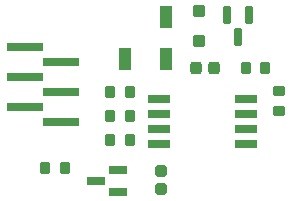
<source format=gbr>
%TF.GenerationSoftware,KiCad,Pcbnew,(7.0.0-0)*%
%TF.CreationDate,2023-10-06T17:45:21+02:00*%
%TF.ProjectId,annoying_little_shit,616e6e6f-7969-46e6-975f-6c6974746c65,rev?*%
%TF.SameCoordinates,Original*%
%TF.FileFunction,Soldermask,Top*%
%TF.FilePolarity,Negative*%
%FSLAX46Y46*%
G04 Gerber Fmt 4.6, Leading zero omitted, Abs format (unit mm)*
G04 Created by KiCad (PCBNEW (7.0.0-0)) date 2023-10-06 17:45:21*
%MOMM*%
%LPD*%
G01*
G04 APERTURE LIST*
G04 Aperture macros list*
%AMRoundRect*
0 Rectangle with rounded corners*
0 $1 Rounding radius*
0 $2 $3 $4 $5 $6 $7 $8 $9 X,Y pos of 4 corners*
0 Add a 4 corners polygon primitive as box body*
4,1,4,$2,$3,$4,$5,$6,$7,$8,$9,$2,$3,0*
0 Add four circle primitives for the rounded corners*
1,1,$1+$1,$2,$3*
1,1,$1+$1,$4,$5*
1,1,$1+$1,$6,$7*
1,1,$1+$1,$8,$9*
0 Add four rect primitives between the rounded corners*
20,1,$1+$1,$2,$3,$4,$5,0*
20,1,$1+$1,$4,$5,$6,$7,0*
20,1,$1+$1,$6,$7,$8,$9,0*
20,1,$1+$1,$8,$9,$2,$3,0*%
G04 Aperture macros list end*
%ADD10RoundRect,0.250000X-0.200000X-0.275000X0.200000X-0.275000X0.200000X0.275000X-0.200000X0.275000X0*%
%ADD11RoundRect,0.250000X0.275000X-0.200000X0.275000X0.200000X-0.275000X0.200000X-0.275000X-0.200000X0*%
%ADD12RoundRect,0.275000X-0.225000X-0.250000X0.225000X-0.250000X0.225000X0.250000X-0.225000X0.250000X0*%
%ADD13RoundRect,0.050000X0.850000X0.325000X-0.850000X0.325000X-0.850000X-0.325000X0.850000X-0.325000X0*%
%ADD14RoundRect,0.050000X0.500000X-0.850000X0.500000X0.850000X-0.500000X0.850000X-0.500000X-0.850000X0*%
%ADD15RoundRect,0.050000X-1.500000X-0.325000X1.500000X-0.325000X1.500000X0.325000X-1.500000X0.325000X0*%
%ADD16RoundRect,0.200000X0.587500X0.150000X-0.587500X0.150000X-0.587500X-0.150000X0.587500X-0.150000X0*%
%ADD17RoundRect,0.200000X-0.150000X0.587500X-0.150000X-0.587500X0.150000X-0.587500X0.150000X0.587500X0*%
%ADD18RoundRect,0.300000X0.250000X-0.250000X0.250000X0.250000X-0.250000X0.250000X-0.250000X-0.250000X0*%
%ADD19RoundRect,0.275000X-0.250000X0.225000X-0.250000X-0.225000X0.250000X-0.225000X0.250000X0.225000X0*%
G04 APERTURE END LIST*
D10*
%TO.C,R6*%
X138725000Y-60500000D03*
X140375000Y-60500000D03*
%TD*%
D11*
%TO.C,R5*%
X141550000Y-64150000D03*
X141550000Y-62500000D03*
%TD*%
D12*
%TO.C,C2*%
X134475000Y-60500000D03*
X136025000Y-60500000D03*
%TD*%
D13*
%TO.C,U1*%
X138700000Y-67000000D03*
X138700000Y-65730000D03*
X138700000Y-64460000D03*
X138700000Y-63190000D03*
X131400000Y-63190000D03*
X131400000Y-64460000D03*
X131400000Y-65730000D03*
X131400000Y-67000000D03*
%TD*%
D10*
%TO.C,R1*%
X127225000Y-62595000D03*
X128875000Y-62595000D03*
%TD*%
D14*
%TO.C,BZ1*%
X128500000Y-59750000D03*
X132000000Y-59800000D03*
X132000000Y-56200000D03*
%TD*%
D15*
%TO.C,J1*%
X120050000Y-58730000D03*
X123050000Y-60000000D03*
X120050000Y-61270000D03*
X123050000Y-62540000D03*
X120050000Y-63810000D03*
X123050000Y-65080000D03*
%TD*%
D10*
%TO.C,R4*%
X121725000Y-69000000D03*
X123375000Y-69000000D03*
%TD*%
D16*
%TO.C,Q1*%
X127937500Y-71045000D03*
X127937500Y-69145000D03*
X126062500Y-70095000D03*
%TD*%
D17*
%TO.C,Q2*%
X139000000Y-56062500D03*
X137100000Y-56062500D03*
X138050000Y-57937500D03*
%TD*%
D10*
%TO.C,R3*%
X127225000Y-66595000D03*
X128875000Y-66595000D03*
%TD*%
D18*
%TO.C,D1*%
X134750000Y-58250000D03*
X134750000Y-55750000D03*
%TD*%
D19*
%TO.C,C1*%
X131500000Y-69225000D03*
X131500000Y-70775000D03*
%TD*%
D10*
%TO.C,R2*%
X127225000Y-64605000D03*
X128875000Y-64605000D03*
%TD*%
M02*

</source>
